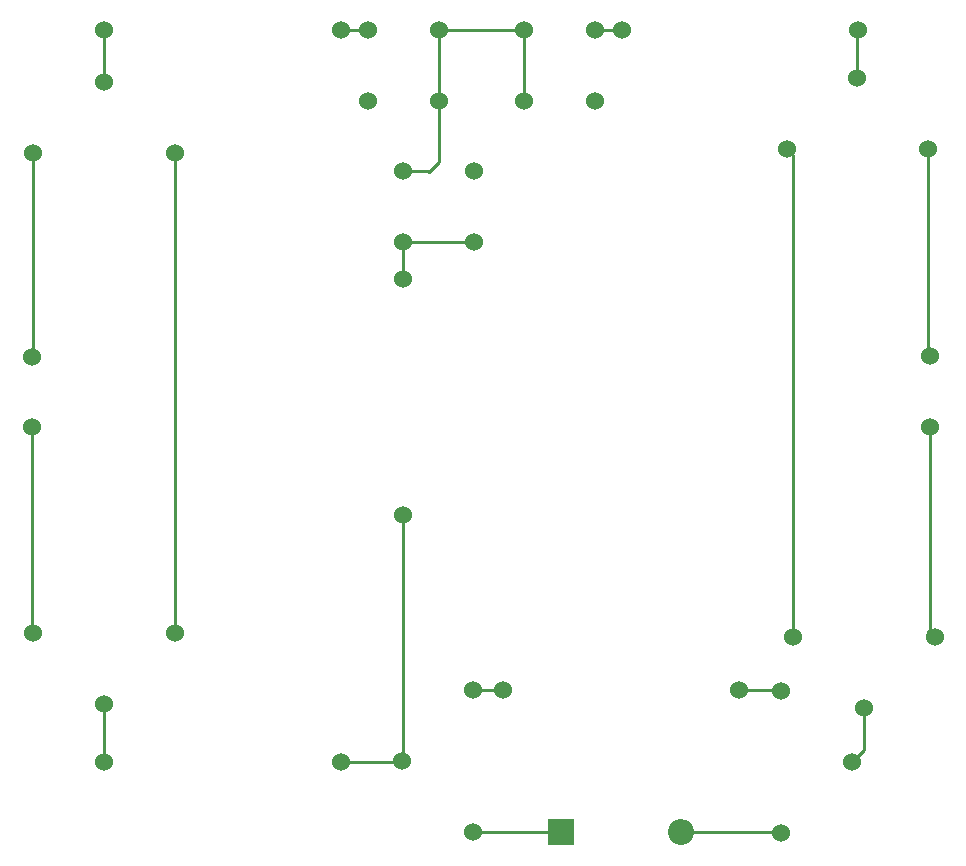
<source format=gbr>
%TF.GenerationSoftware,KiCad,Pcbnew,(6.0.7)*%
%TF.CreationDate,2022-08-28T03:54:24+08:00*%
%TF.ProjectId,6_1k,365f316b-2e6b-4696-9361-645f70636258,rev?*%
%TF.SameCoordinates,Original*%
%TF.FileFunction,Copper,L1,Top*%
%TF.FilePolarity,Positive*%
%FSLAX46Y46*%
G04 Gerber Fmt 4.6, Leading zero omitted, Abs format (unit mm)*
G04 Created by KiCad (PCBNEW (6.0.7)) date 2022-08-28 03:54:24*
%MOMM*%
%LPD*%
G01*
G04 APERTURE LIST*
%TA.AperFunction,ComponentPad*%
%ADD10C,1.524000*%
%TD*%
%TA.AperFunction,ComponentPad*%
%ADD11R,2.200000X2.200000*%
%TD*%
%TA.AperFunction,ComponentPad*%
%ADD12O,2.200000X2.200000*%
%TD*%
%TA.AperFunction,Conductor*%
%ADD13C,0.250000*%
%TD*%
G04 APERTURE END LIST*
D10*
%TO.P,E1,1,V+*%
%TO.N,Net-(E1-Pad1)*%
X47320200Y-88344000D03*
%TO.P,E1,2,V-*%
%TO.N,Net-(E1-Pad2)*%
X47320200Y-94344000D03*
%TD*%
%TO.P,Rl1,1,Com*%
%TO.N,Net-(R3-Pad2)*%
X78638400Y-122580400D03*
%TO.P,Rl1,2,NC*%
%TO.N,Net-(D1-Pad1)*%
X84638400Y-128580400D03*
%TO.P,Rl1,3,NO*%
%TO.N,Net-(R5-Pad1)*%
X84638400Y-116580400D03*
%TD*%
%TO.P,P3,4,4*%
%TO.N,unconnected-(P3-Pad4)*%
X84740000Y-72618600D03*
%TO.P,P3,3,3*%
%TO.N,Net-(P1-Pad3)*%
X78740000Y-72618600D03*
%TO.P,P3,2,2*%
%TO.N,Net-(P3-Pad1)*%
X84740000Y-78618600D03*
%TO.P,P3,1,1*%
X78740000Y-78618600D03*
%TD*%
%TO.P,E2,1,V+*%
%TO.N,Net-(E2-Pad1)*%
X123342400Y-88287600D03*
%TO.P,E2,2,V-*%
%TO.N,Net-(E2-Pad2)*%
X123342400Y-94287600D03*
%TD*%
%TO.P,R5,1*%
%TO.N,Net-(R5-Pad1)*%
X87177600Y-116535200D03*
%TO.P,R5,2*%
%TO.N,Net-(R5-Pad2)*%
X107177600Y-116535200D03*
%TD*%
%TO.P,P1,1,1*%
%TO.N,Net-(P1-Pad1)*%
X75788000Y-60680600D03*
%TO.P,P1,2,2*%
%TO.N,unconnected-(P1-Pad2)*%
X75788000Y-66680600D03*
%TO.P,P1,3,3*%
%TO.N,Net-(P1-Pad3)*%
X81788000Y-60680600D03*
%TO.P,P1,4,4*%
X81788000Y-66680600D03*
%TD*%
%TO.P,Rl5,1,Com*%
%TO.N,Net-(R2-Pad2)*%
X117201200Y-64764400D03*
%TO.P,Rl5,2,NO*%
%TO.N,Net-(Rl5-Pad2)*%
X111201200Y-70764400D03*
%TO.P,Rl5,3,NC*%
%TO.N,Net-(E2-Pad1)*%
X123201200Y-70764400D03*
%TD*%
%TO.P,R4,1*%
%TO.N,Net-(R4-Pad1)*%
X53449200Y-122631200D03*
%TO.P,R4,2*%
%TO.N,Net-(R3-Pad2)*%
X73449200Y-122631200D03*
%TD*%
%TO.P,Rl3,1,Com*%
%TO.N,Net-(R1-Pad1)*%
X53441600Y-65074800D03*
%TO.P,Rl3,2,NC*%
%TO.N,Net-(E1-Pad1)*%
X47441600Y-71074800D03*
%TO.P,Rl3,3,NO*%
%TO.N,Net-(Rl3-Pad3)*%
X59441600Y-71074800D03*
%TD*%
%TO.P,R1,1*%
%TO.N,Net-(R1-Pad1)*%
X53449200Y-60731400D03*
%TO.P,R1,2*%
%TO.N,Net-(P1-Pad1)*%
X73449200Y-60731400D03*
%TD*%
%TO.P,R2,1*%
%TO.N,Net-(P2-Pad1)*%
X97264200Y-60706000D03*
%TO.P,R2,2*%
%TO.N,Net-(R2-Pad2)*%
X117264200Y-60706000D03*
%TD*%
D11*
%TO.P,D1,1,K*%
%TO.N,Net-(D1-Pad1)*%
X92097600Y-128625600D03*
D12*
%TO.P,D1,2,A*%
%TO.N,Net-(D1-Pad2)*%
X102257600Y-128625600D03*
%TD*%
D10*
%TO.P,R3,1*%
%TO.N,Net-(P3-Pad1)*%
X78740000Y-81770200D03*
%TO.P,R3,2*%
%TO.N,Net-(R3-Pad2)*%
X78740000Y-101770200D03*
%TD*%
%TO.P,P2,4,4*%
%TO.N,Net-(P1-Pad3)*%
X88948000Y-66703200D03*
%TO.P,P2,3,3*%
X88948000Y-60703200D03*
%TO.P,P2,2,2*%
%TO.N,unconnected-(P2-Pad2)*%
X94948000Y-66703200D03*
%TO.P,P2,1,1*%
%TO.N,Net-(P2-Pad1)*%
X94948000Y-60703200D03*
%TD*%
%TO.P,Rl2,1,Com*%
%TO.N,Net-(Rl2-Pad1)*%
X116766600Y-122659400D03*
%TO.P,Rl2,2,NC*%
%TO.N,Net-(D1-Pad2)*%
X110766600Y-128659400D03*
%TO.P,Rl2,3,NO*%
%TO.N,Net-(R5-Pad2)*%
X110766600Y-116659400D03*
%TD*%
%TO.P,Rl6,1,Com*%
%TO.N,Net-(Rl2-Pad1)*%
X117734600Y-118084600D03*
%TO.P,Rl6,2,NO*%
%TO.N,Net-(Rl5-Pad2)*%
X111734600Y-112084600D03*
%TO.P,Rl6,3,NC*%
%TO.N,Net-(E2-Pad2)*%
X123734600Y-112084600D03*
%TD*%
%TO.P,Rl4,1,Com*%
%TO.N,Net-(R4-Pad1)*%
X53441600Y-117714800D03*
%TO.P,Rl4,2,NC*%
%TO.N,Net-(E1-Pad2)*%
X47441600Y-111714800D03*
%TO.P,Rl4,3,NO*%
%TO.N,Net-(Rl3-Pad3)*%
X59441600Y-111714800D03*
%TD*%
D13*
%TO.N,Net-(P1-Pad3)*%
X81788000Y-60680600D02*
X81788000Y-66680600D01*
%TO.N,Net-(P3-Pad1)*%
X84740000Y-78618600D02*
X78740000Y-78618600D01*
%TO.N,Net-(P1-Pad3)*%
X88948000Y-60703200D02*
X88948000Y-66703200D01*
X80848200Y-72618600D02*
X78740000Y-72618600D01*
X80924400Y-72694800D02*
X80848200Y-72618600D01*
X81788000Y-71831200D02*
X80924400Y-72694800D01*
X81788000Y-66680600D02*
X81788000Y-71831200D01*
%TO.N,Net-(P3-Pad1)*%
X78740000Y-78618600D02*
X78740000Y-81770200D01*
%TO.N,Net-(P1-Pad1)*%
X75737200Y-60731400D02*
X75788000Y-60680600D01*
X73449200Y-60731400D02*
X75737200Y-60731400D01*
%TO.N,Net-(P2-Pad1)*%
X97261400Y-60703200D02*
X97264200Y-60706000D01*
X94948000Y-60703200D02*
X97261400Y-60703200D01*
%TO.N,Net-(P1-Pad3)*%
X88925400Y-60680600D02*
X88948000Y-60703200D01*
X81788000Y-60680600D02*
X88925400Y-60680600D01*
%TO.N,Net-(D1-Pad1)*%
X84638400Y-128580400D02*
X92052400Y-128580400D01*
X92052400Y-128580400D02*
X92097600Y-128625600D01*
%TO.N,Net-(D1-Pad2)*%
X110732800Y-128625600D02*
X110766600Y-128659400D01*
X110684800Y-128577600D02*
X110766600Y-128659400D01*
X102257600Y-128625600D02*
X110732800Y-128625600D01*
%TO.N,Net-(E1-Pad1)*%
X47441600Y-71074800D02*
X47441600Y-88222600D01*
X47441600Y-88222600D02*
X47320200Y-88344000D01*
X47320200Y-71196200D02*
X47441600Y-71074800D01*
%TO.N,Net-(E1-Pad2)*%
X47320200Y-94344000D02*
X47320200Y-111593400D01*
X47320200Y-111593400D02*
X47441600Y-111714800D01*
%TO.N,Net-(E2-Pad1)*%
X123353600Y-70916800D02*
X123201200Y-70764400D01*
X123201200Y-88146400D02*
X123342400Y-88287600D01*
X123201200Y-70764400D02*
X123201200Y-88146400D01*
%TO.N,Net-(E2-Pad2)*%
X123342400Y-94287600D02*
X123342400Y-111692400D01*
X123342400Y-111692400D02*
X123734600Y-112084600D01*
X123201200Y-111551200D02*
X123734600Y-112084600D01*
%TO.N,Net-(P3-Pad1)*%
X78759800Y-81750400D02*
X78740000Y-81770200D01*
%TO.N,Net-(R1-Pad1)*%
X53449200Y-60731400D02*
X53449200Y-65067200D01*
X53449200Y-65067200D02*
X53441600Y-65074800D01*
X53390800Y-65024000D02*
X53441600Y-65074800D01*
%TO.N,Net-(R2-Pad2)*%
X117201200Y-64764400D02*
X117201200Y-60921400D01*
X117201200Y-60921400D02*
X117289600Y-60833000D01*
%TO.N,Net-(R5-Pad1)*%
X87132400Y-116580400D02*
X87177600Y-116535200D01*
X84638400Y-116580400D02*
X87132400Y-116580400D01*
%TO.N,Net-(R5-Pad2)*%
X107177600Y-116535200D02*
X110642400Y-116535200D01*
X110642400Y-116535200D02*
X110766600Y-116659400D01*
%TO.N,Net-(R3-Pad2)*%
X78740000Y-122478800D02*
X78638400Y-122580400D01*
X78740000Y-101770200D02*
X78740000Y-122478800D01*
X73449200Y-122631200D02*
X78587600Y-122631200D01*
X78587600Y-122631200D02*
X78638400Y-122580400D01*
X78587600Y-122529600D02*
X78638400Y-122580400D01*
%TO.N,Net-(R4-Pad1)*%
X53441600Y-117714800D02*
X53441600Y-122623600D01*
X53441600Y-122623600D02*
X53449200Y-122631200D01*
%TO.N,Net-(Rl3-Pad3)*%
X59441600Y-71074800D02*
X59441600Y-111714800D01*
%TO.N,Net-(Rl2-Pad1)*%
X117734600Y-121646200D02*
X117734600Y-118084600D01*
X116766600Y-122659400D02*
X117754400Y-121671600D01*
X117754400Y-121666000D02*
X117734600Y-121646200D01*
X117754400Y-121671600D02*
X117754400Y-121666000D01*
%TO.N,Net-(P2-Pad1)*%
X97238800Y-60782200D02*
X97289600Y-60833000D01*
%TO.N,Net-(Rl5-Pad2)*%
X111734600Y-71297800D02*
X111201200Y-70764400D01*
X111734600Y-112084600D02*
X111734600Y-71297800D01*
%TD*%
M02*

</source>
